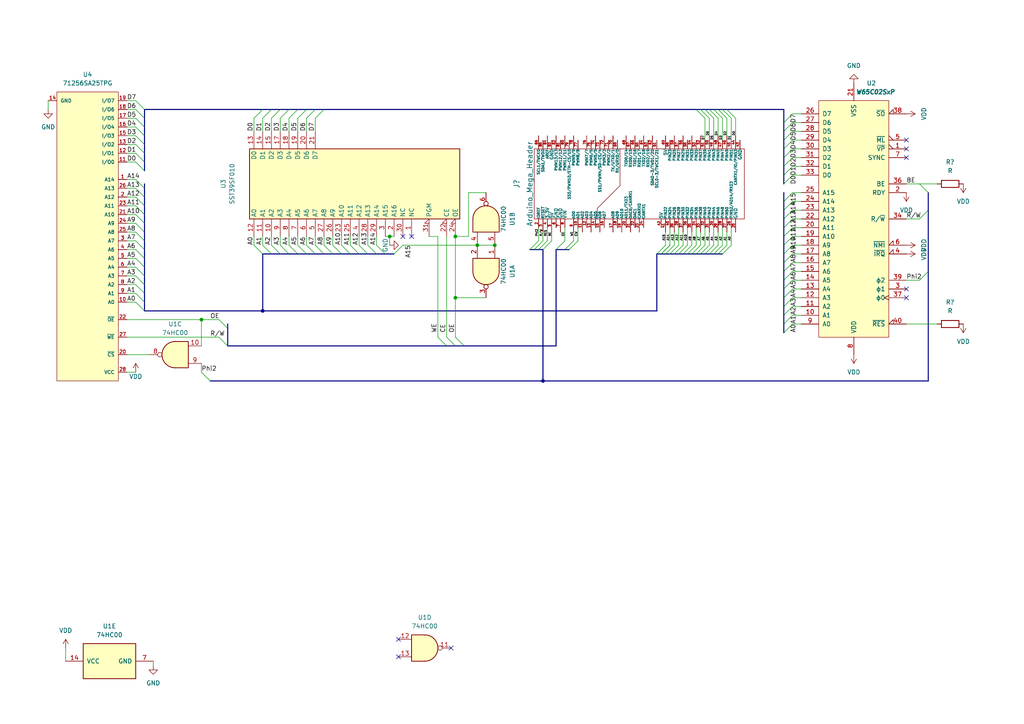
<source format=kicad_sch>
(kicad_sch (version 20211123) (generator eeschema)
  (paper "A4")
  (lib_symbols
    (symbol "65xx:W65C02SxP" (pin_names (offset 1.016))
      (property "Reference" "U" (at -10.16 35.56 0))
      (property "Value" "W65C02SxP" (at 0 0 90))
      (symbol "W65C02SxP_0_1"
        (rectangle (start -10.16 34.29) (end 10.16 -34.29) (fill (type background)))
      )
      (symbol "W65C02SxP_1_1"
        (pin output output_low (at -15.24 -20.32 0) (length 5.08) (name "~{VP}") (number "1"))
        (pin tri_state line (at 15.24 27.94 180) (length 5.08) (name "A1") (number "10"))
        (pin tri_state line (at 15.24 25.4 180) (length 5.08) (name "A2") (number "11"))
        (pin tri_state line (at 15.24 22.86 180) (length 5.08) (name "A3") (number "12"))
        (pin tri_state line (at 15.24 20.32 180) (length 5.08) (name "A4") (number "13"))
        (pin tri_state line (at 15.24 17.78 180) (length 5.08) (name "A5") (number "14"))
        (pin tri_state line (at 15.24 15.24 180) (length 5.08) (name "A6") (number "15"))
        (pin tri_state line (at 15.24 12.7 180) (length 5.08) (name "A7") (number "16"))
        (pin tri_state line (at 15.24 10.16 180) (length 5.08) (name "A8") (number "17"))
        (pin tri_state line (at 15.24 7.62 180) (length 5.08) (name "A9") (number "18"))
        (pin tri_state line (at 15.24 5.08 180) (length 5.08) (name "A10") (number "19"))
        (pin open_collector line (at -15.24 -7.62 0) (length 5.08) (name "RDY") (number "2"))
        (pin tri_state line (at 15.24 2.54 180) (length 5.08) (name "A11") (number "20"))
        (pin power_in line (at 0 -39.37 90) (length 5.08) (name "VSS") (number "21"))
        (pin tri_state line (at 15.24 0 180) (length 5.08) (name "A12") (number "22"))
        (pin tri_state line (at 15.24 -2.54 180) (length 5.08) (name "A13") (number "23"))
        (pin tri_state line (at 15.24 -5.08 180) (length 5.08) (name "A14") (number "24"))
        (pin tri_state line (at 15.24 -7.62 180) (length 5.08) (name "A15") (number "25"))
        (pin bidirectional line (at 15.24 -30.48 180) (length 5.08) (name "D7") (number "26"))
        (pin bidirectional line (at 15.24 -27.94 180) (length 5.08) (name "D6") (number "27"))
        (pin bidirectional line (at 15.24 -25.4 180) (length 5.08) (name "D5") (number "28"))
        (pin bidirectional line (at 15.24 -22.86 180) (length 5.08) (name "D4") (number "29"))
        (pin output line (at -15.24 20.32 0) (length 5.08) (name "ϕ1") (number "3"))
        (pin bidirectional line (at 15.24 -20.32 180) (length 5.08) (name "D3") (number "30"))
        (pin bidirectional line (at 15.24 -17.78 180) (length 5.08) (name "D2") (number "31"))
        (pin bidirectional line (at 15.24 -15.24 180) (length 5.08) (name "D1") (number "32"))
        (pin bidirectional line (at 15.24 -12.7 180) (length 5.08) (name "D0") (number "33"))
        (pin tri_state line (at -15.24 0 0) (length 5.08) (name "R/~{W}") (number "34"))
        (pin no_connect non_logic (at -10.16 -27.94 0) (length 2.54) hide (name "nc") (number "35"))
        (pin input line (at -15.24 -10.16 0) (length 5.08) (name "BE") (number "36"))
        (pin input clock (at -15.24 22.86 0) (length 5.08) (name "ϕ0") (number "37"))
        (pin input input_low (at -15.24 -30.48 0) (length 5.08) (name "~{SO}") (number "38"))
        (pin output line (at -15.24 17.78 0) (length 5.08) (name "ϕ2") (number "39"))
        (pin input input_low (at -15.24 10.16 0) (length 5.08) (name "~{IRQ}") (number "4"))
        (pin input input_low (at -15.24 30.48 0) (length 5.08) (name "~{RES}") (number "40"))
        (pin output output_low (at -15.24 -22.86 0) (length 5.08) (name "~{ML}") (number "5"))
        (pin input input_low (at -15.24 7.62 0) (length 5.08) (name "~{NMI}") (number "6"))
        (pin output line (at -15.24 -17.78 0) (length 5.08) (name "SYNC") (number "7"))
        (pin power_in line (at 0 39.37 270) (length 5.08) (name "VDD") (number "8"))
        (pin tri_state line (at 15.24 30.48 180) (length 5.08) (name "A0") (number "9"))
      )
    )
    (symbol "74xx:74HC00" (pin_names (offset 1.016))
      (property "Reference" "U" (at 0 1.27 0))
      (property "Value" "74HC00" (at 0 -1.27 0))
      (symbol "74HC00_1_1"
        (arc (start 0 -3.81) (mid 3.81 0) (end 0 3.81) (stroke (width 0.254)) (fill (type background)))
        (polyline (pts (xy 0 3.81) (xy -3.81 3.81) (xy -3.81 -3.81) (xy 0 -3.81)) (stroke (width 0.254)) (fill (type background)))
        (pin input line (at -7.62 2.54 0) (length 3.81) (name "~") (number "1"))
        (pin input line (at -7.62 -2.54 0) (length 3.81) (name "~") (number "2"))
        (pin output inverted (at 7.62 0 180) (length 3.81) (name "~") (number "3"))
      )
      (symbol "74HC00_1_2"
        (arc (start -3.81 -3.81) (mid -2.589 0) (end -3.81 3.81) (stroke (width 0.254)))
        (arc (start -0.6096 -3.81) (mid 2.1842 -2.5851) (end 3.81 0) (stroke (width 0.254)) (fill (type background)))
        (polyline (pts (xy -3.81 -3.81) (xy -0.635 -3.81)) (stroke (width 0.254)) (fill (type background)))
        (polyline (pts (xy -3.81 3.81) (xy -0.635 3.81)) (stroke (width 0.254)) (fill (type background)))
        (polyline (pts (xy -0.635 3.81) (xy -3.81 3.81) (xy -3.81 3.81) (xy -3.556 3.4036) (xy -3.0226 2.2606) (xy -2.6924 1.0414) (xy -2.6162 -0.254) (xy -2.7686 -1.4986) (xy -3.175 -2.7178) (xy -3.81 -3.81) (xy -3.81 -3.81) (xy -0.635 -3.81)) (stroke (width -25.4)) (fill (type background)))
        (arc (start 3.81 0) (mid 2.1915 2.5936) (end -0.6096 3.81) (stroke (width 0.254)) (fill (type background)))
        (pin input inverted (at -7.62 2.54 0) (length 4.318) (name "~") (number "1"))
        (pin input inverted (at -7.62 -2.54 0) (length 4.318) (name "~") (number "2"))
        (pin output line (at 7.62 0 180) (length 3.81) (name "~") (number "3"))
      )
      (symbol "74HC00_2_1"
        (arc (start 0 -3.81) (mid 3.81 0) (end 0 3.81) (stroke (width 0.254)) (fill (type background)))
        (polyline (pts (xy 0 3.81) (xy -3.81 3.81) (xy -3.81 -3.81) (xy 0 -3.81)) (stroke (width 0.254)) (fill (type background)))
        (pin input line (at -7.62 2.54 0) (length 3.81) (name "~") (number "4"))
        (pin input line (at -7.62 -2.54 0) (length 3.81) (name "~") (number "5"))
        (pin output inverted (at 7.62 0 180) (length 3.81) (name "~") (number "6"))
      )
      (symbol "74HC00_2_2"
        (arc (start -3.81 -3.81) (mid -2.589 0) (end -3.81 3.81) (stroke (width 0.254)))
        (arc (start -0.6096 -3.81) (mid 2.1842 -2.5851) (end 3.81 0) (stroke (width 0.254)) (fill (type background)))
        (polyline (pts (xy -3.81 -3.81) (xy -0.635 -3.81)) (stroke (width 0.254)) (fill (type background)))
        (polyline (pts (xy -3.81 3.81) (xy -0.635 3.81)) (stroke (width 0.254)) (fill (type background)))
        (polyline (pts (xy -0.635 3.81) (xy -3.81 3.81) (xy -3.81 3.81) (xy -3.556 3.4036) (xy -3.0226 2.2606) (xy -2.6924 1.0414) (xy -2.6162 -0.254) (xy -2.7686 -1.4986) (xy -3.175 -2.7178) (xy -3.81 -3.81) (xy -3.81 -3.81) (xy -0.635 -3.81)) (stroke (width -25.4)) (fill (type background)))
        (arc (start 3.81 0) (mid 2.1915 2.5936) (end -0.6096 3.81) (stroke (width 0.254)) (fill (type background)))
        (pin input inverted (at -7.62 2.54 0) (length 4.318) (name "~") (number "4"))
        (pin input inverted (at -7.62 -2.54 0) (length 4.318) (name "~") (number "5"))
        (pin output line (at 7.62 0 180) (length 3.81) (name "~") (number "6"))
      )
      (symbol "74HC00_3_1"
        (arc (start 0 -3.81) (mid 3.81 0) (end 0 3.81) (stroke (width 0.254)) (fill (type background)))
        (polyline (pts (xy 0 3.81) (xy -3.81 3.81) (xy -3.81 -3.81) (xy 0 -3.81)) (stroke (width 0.254)) (fill (type background)))
        (pin input line (at -7.62 -2.54 0) (length 3.81) (name "~") (number "10"))
        (pin output inverted (at 7.62 0 180) (length 3.81) (name "~") (number "8"))
        (pin input line (at -7.62 2.54 0) (length 3.81) (name "~") (number "9"))
      )
      (symbol "74HC00_3_2"
        (arc (start -3.81 -3.81) (mid -2.589 0) (end -3.81 3.81) (stroke (width 0.254)))
        (arc (start -0.6096 -3.81) (mid 2.1842 -2.5851) (end 3.81 0) (stroke (width 0.254)) (fill (type background)))
        (polyline (pts (xy -3.81 -3.81) (xy -0.635 -3.81)) (stroke (width 0.254)) (fill (type background)))
        (polyline (pts (xy -3.81 3.81) (xy -0.635 3.81)) (stroke (width 0.254)) (fill (type background)))
        (polyline (pts (xy -0.635 3.81) (xy -3.81 3.81) (xy -3.81 3.81) (xy -3.556 3.4036) (xy -3.0226 2.2606) (xy -2.6924 1.0414) (xy -2.6162 -0.254) (xy -2.7686 -1.4986) (xy -3.175 -2.7178) (xy -3.81 -3.81) (xy -3.81 -3.81) (xy -0.635 -3.81)) (stroke (width -25.4)) (fill (type background)))
        (arc (start 3.81 0) (mid 2.1915 2.5936) (end -0.6096 3.81) (stroke (width 0.254)) (fill (type background)))
        (pin input inverted (at -7.62 -2.54 0) (length 4.318) (name "~") (number "10"))
        (pin output line (at 7.62 0 180) (length 3.81) (name "~") (number "8"))
        (pin input inverted (at -7.62 2.54 0) (length 4.318) (name "~") (number "9"))
      )
      (symbol "74HC00_4_1"
        (arc (start 0 -3.81) (mid 3.81 0) (end 0 3.81) (stroke (width 0.254)) (fill (type background)))
        (polyline (pts (xy 0 3.81) (xy -3.81 3.81) (xy -3.81 -3.81) (xy 0 -3.81)) (stroke (width 0.254)) (fill (type background)))
        (pin output inverted (at 7.62 0 180) (length 3.81) (name "~") (number "11"))
        (pin input line (at -7.62 2.54 0) (length 3.81) (name "~") (number "12"))
        (pin input line (at -7.62 -2.54 0) (length 3.81) (name "~") (number "13"))
      )
      (symbol "74HC00_4_2"
        (arc (start -3.81 -3.81) (mid -2.589 0) (end -3.81 3.81) (stroke (width 0.254)))
        (arc (start -0.6096 -3.81) (mid 2.1842 -2.5851) (end 3.81 0) (stroke (width 0.254)) (fill (type background)))
        (polyline (pts (xy -3.81 -3.81) (xy -0.635 -3.81)) (stroke (width 0.254)) (fill (type background)))
        (polyline (pts (xy -3.81 3.81) (xy -0.635 3.81)) (stroke (width 0.254)) (fill (type background)))
        (polyline (pts (xy -0.635 3.81) (xy -3.81 3.81) (xy -3.81 3.81) (xy -3.556 3.4036) (xy -3.0226 2.2606) (xy -2.6924 1.0414) (xy -2.6162 -0.254) (xy -2.7686 -1.4986) (xy -3.175 -2.7178) (xy -3.81 -3.81) (xy -3.81 -3.81) (xy -0.635 -3.81)) (stroke (width -25.4)) (fill (type background)))
        (arc (start 3.81 0) (mid 2.1915 2.5936) (end -0.6096 3.81) (stroke (width 0.254)) (fill (type background)))
        (pin output line (at 7.62 0 180) (length 3.81) (name "~") (number "11"))
        (pin input inverted (at -7.62 2.54 0) (length 4.318) (name "~") (number "12"))
        (pin input inverted (at -7.62 -2.54 0) (length 4.318) (name "~") (number "13"))
      )
      (symbol "74HC00_5_0"
        (pin power_in line (at 0 12.7 270) (length 5.08) (name "VCC") (number "14"))
        (pin power_in line (at 0 -12.7 90) (length 5.08) (name "GND") (number "7"))
      )
      (symbol "74HC00_5_1"
        (rectangle (start -5.08 7.62) (end 5.08 -7.62) (stroke (width 0.254)) (fill (type background)))
      )
    )
    (symbol "Device:R" (pin_numbers hide) (pin_names (offset 0))
      (property "Reference" "R" (at 2.032 0 90))
      (property "Value" "R" (at 0 0 90))
      (symbol "R_0_1"
        (rectangle (start -1.016 -2.54) (end 1.016 2.54) (stroke (width 0.254)))
      )
      (symbol "R_1_1"
        (pin passive line (at 0 3.81 270) (length 1.27) (name "~") (number "1"))
        (pin passive line (at 0 -3.81 90) (length 1.27) (name "~") (number "2"))
      )
    )
    (symbol "Memory_Flash:SST39SF010"
      (property "Reference" "U" (at 2.54 33.02 0))
      (property "Value" "SST39SF010" (at 0 -30.48 0))
      (symbol "SST39SF010_0_0"
        (pin power_in line (at 0 -30.48 90) (length 1.27) hide (name "GND") (number "16"))
        (pin power_in line (at 0 33.02 270) (length 1.27) hide (name "VCC") (number "32"))
      )
      (symbol "SST39SF010_0_1"
        (rectangle (start -10.16 31.75) (end 10.16 -29.21) (stroke (width 0.254)) (fill (type background)))
      )
      (symbol "SST39SF010_1_1"
        (pin input line (at -15.24 -15.24 0) (length 5.08) (name "NC") (number "1"))
        (pin input line (at -15.24 25.4 0) (length 5.08) (name "A2") (number "10"))
        (pin input line (at -15.24 27.94 0) (length 5.08) (name "A1") (number "11"))
        (pin input line (at -15.24 30.48 0) (length 5.08) (name "A0") (number "12"))
        (pin tri_state line (at 15.24 30.48 180) (length 5.08) (name "D0") (number "13"))
        (pin tri_state line (at 15.24 27.94 180) (length 5.08) (name "D1") (number "14"))
        (pin tri_state line (at 15.24 25.4 180) (length 5.08) (name "D2") (number "15"))
        (pin tri_state line (at 15.24 22.86 180) (length 5.08) (name "D3") (number "17"))
        (pin tri_state line (at 15.24 20.32 180) (length 5.08) (name "D4") (number "18"))
        (pin tri_state line (at 15.24 17.78 180) (length 5.08) (name "D5") (number "19"))
        (pin input line (at -15.24 -10.16 0) (length 5.08) (name "A16") (number "2"))
        (pin tri_state line (at 15.24 15.24 180) (length 5.08) (name "D6") (number "20"))
        (pin tri_state line (at 15.24 12.7 180) (length 5.08) (name "D7") (number "21"))
        (pin input input_low (at -15.24 -25.4 0) (length 5.08) (name "CE") (number "22"))
        (pin input line (at -15.24 5.08 0) (length 5.08) (name "A10") (number "23"))
        (pin input input_low (at -15.24 -27.94 0) (length 5.08) (name "OE") (number "24"))
        (pin input line (at -15.24 2.54 0) (length 5.08) (name "A11") (number "25"))
        (pin input line (at -15.24 7.62 0) (length 5.08) (name "A9") (number "26"))
        (pin input line (at -15.24 10.16 0) (length 5.08) (name "A8") (number "27"))
        (pin input line (at -15.24 -2.54 0) (length 5.08) (name "A13") (number "28"))
        (pin input line (at -15.24 -5.08 0) (length 5.08) (name "A14") (number "29"))
        (pin input line (at -15.24 -7.62 0) (length 5.08) (name "A15") (number "3"))
        (pin input line (at -15.24 -12.7 0) (length 5.08) (name "NC") (number "30"))
        (pin input input_low (at -15.24 -20.32 0) (length 5.08) (name "PGM") (number "31"))
        (pin input line (at -15.24 0 0) (length 5.08) (name "A12") (number "4"))
        (pin input line (at -15.24 12.7 0) (length 5.08) (name "A7") (number "5"))
        (pin input line (at -15.24 15.24 0) (length 5.08) (name "A6") (number "6"))
        (pin input line (at -15.24 17.78 0) (length 5.08) (name "A5") (number "7"))
        (pin input line (at -15.24 20.32 0) (length 5.08) (name "A4") (number "8"))
        (pin input line (at -15.24 22.86 0) (length 5.08) (name "A3") (number "9"))
      )
    )
    (symbol "eec:71256SA25TPG" (pin_names (offset 1.016))
      (property "Reference" "U" (at 0 5.08 0))
      (property "Value" "71256SA25TPG" (at 0 7.62 0))
      (symbol "71256SA25TPG_1_1"
        (rectangle (start 5.08 2.54) (end 22.86 -81.28) (fill (type background)))
        (pin unspecified line (at 2.54 -55.88 0) (length 2.54) (name "A14") (number "1"))
        (pin unspecified line (at 2.54 -20.32 0) (length 2.54) (name "A0") (number "10"))
        (pin unspecified line (at 2.54 -60.96 0) (length 2.54) (name "I/O0") (number "11"))
        (pin unspecified line (at 2.54 -63.5 0) (length 2.54) (name "I/O1") (number "12"))
        (pin unspecified line (at 2.54 -66.04 0) (length 2.54) (name "I/O2") (number "13"))
        (pin unspecified line (at 25.4 -78.74 180) (length 2.54) (name "GND") (number "14"))
        (pin unspecified line (at 2.54 -68.58 0) (length 2.54) (name "I/O3") (number "15"))
        (pin unspecified line (at 2.54 -71.12 0) (length 2.54) (name "I/O4") (number "16"))
        (pin unspecified line (at 2.54 -73.66 0) (length 2.54) (name "I/O5") (number "17"))
        (pin unspecified line (at 2.54 -76.2 0) (length 2.54) (name "I/O6") (number "18"))
        (pin unspecified line (at 2.54 -78.74 0) (length 2.54) (name "I/O7") (number "19"))
        (pin unspecified line (at 2.54 -50.8 0) (length 2.54) (name "A12") (number "2"))
        (pin unspecified line (at 2.54 -5.08 0) (length 2.54) (name "~{CS}") (number "20"))
        (pin unspecified line (at 2.54 -45.72 0) (length 2.54) (name "A10") (number "21"))
        (pin unspecified line (at 2.54 -15.24 0) (length 2.54) (name "~{OE}") (number "22"))
        (pin unspecified line (at 2.54 -48.26 0) (length 2.54) (name "A11") (number "23"))
        (pin unspecified line (at 2.54 -43.18 0) (length 2.54) (name "A9") (number "24"))
        (pin unspecified line (at 2.54 -40.64 0) (length 2.54) (name "A8") (number "25"))
        (pin unspecified line (at 2.54 -53.34 0) (length 2.54) (name "A13") (number "26"))
        (pin unspecified line (at 2.54 -10.16 0) (length 2.54) (name "~{WE}") (number "27"))
        (pin unspecified line (at 2.54 0 0) (length 2.54) (name "VCC") (number "28"))
        (pin unspecified line (at 2.54 -38.1 0) (length 2.54) (name "A7") (number "3"))
        (pin unspecified line (at 2.54 -35.56 0) (length 2.54) (name "A6") (number "4"))
        (pin unspecified line (at 2.54 -33.02 0) (length 2.54) (name "A5") (number "5"))
        (pin unspecified line (at 2.54 -30.48 0) (length 2.54) (name "A4") (number "6"))
        (pin unspecified line (at 2.54 -27.94 0) (length 2.54) (name "A3") (number "7"))
        (pin unspecified line (at 2.54 -25.4 0) (length 2.54) (name "A2") (number "8"))
        (pin unspecified line (at 2.54 -22.86 0) (length 2.54) (name "A1") (number "9"))
      )
    )
    (symbol "power:GND" (power) (pin_names (offset 0))
      (property "Value" "GND" (at 0 -3.81 0))
      (symbol "GND_0_1"
        (polyline (pts (xy 0 0) (xy 0 -1.27) (xy 1.27 -1.27) (xy 0 -2.54) (xy -1.27 -1.27) (xy 0 -1.27)))
      )
      (symbol "GND_1_1"
        (pin power_in line (at 0 0 270) (length 0) hide (name "GND") (number "1"))
      )
    )
    (symbol "power:VDD" (power) (pin_names (offset 0))
      (property "Value" "VDD" (at 0 3.81 0))
      (symbol "VDD_0_1"
        (polyline (pts (xy -0.762 1.27) (xy 0 2.54)))
        (polyline (pts (xy 0 0) (xy 0 2.54)))
        (polyline (pts (xy 0 2.54) (xy 0.762 1.27)))
      )
      (symbol "VDD_1_1"
        (pin power_in line (at 0 0 90) (length 0) hide (name "VDD") (number "1"))
      )
    )
    (symbol "w_connectors:Arduino_Mega_Header" (pin_names (offset 0.0254))
      (property "Reference" "J" (at 0 31.75 0))
      (property "Value" "Arduino_Mega_Header" (at 0 -31.75 0))
      (symbol "Arduino_Mega_Header_0_1"
        (polyline (pts (xy -8.636 12.192) (xy -9.652 12.192)))
        (polyline (pts (xy 10.16 5.588) (xy -0.508 5.588) (xy -7.112 12.192) (xy -10.16 12.192)))
        (rectangle (start 10.16 -30.48) (end -10.16 30.48))
      )
      (symbol "Arduino_Mega_Header_1_1"
        (pin passive line (at -12.7 17.78 0) (length 2.54) (name "AD1") (number "10"))
        (pin passive line (at -13.97 16.51 0) (length 3.81) (name "AD2") (number "11"))
        (pin passive line (at -12.7 15.24 0) (length 2.54) (name "AD3") (number "12"))
        (pin passive line (at -13.97 13.97 0) (length 3.81) (name "AD4") (number "13"))
        (pin passive line (at -12.7 12.7 0) (length 2.54) (name "AD5") (number "14"))
        (pin passive line (at -13.97 11.43 0) (length 3.81) (name "AD6") (number "15"))
        (pin passive line (at -12.7 10.16 0) (length 2.54) (name "AD7") (number "16"))
        (pin passive line (at -13.97 7.62 0) (length 3.81) (name "AD8") (number "17"))
        (pin passive line (at -12.7 6.35 0) (length 2.54) (name "AD9") (number "18"))
        (pin passive line (at -13.97 5.08 0) (length 3.81) (name "AD10") (number "19"))
        (pin passive line (at -12.7 29.21 0) (length 2.54) (name "IOREF") (number "2"))
        (pin passive line (at -12.7 3.81 0) (length 2.54) (name "AD11/TXD3") (number "20"))
        (pin passive line (at -13.97 2.54 0) (length 3.81) (name "DAC0/CANRX1") (number "21"))
        (pin passive line (at -12.7 1.27 0) (length 2.54) (name "DAC1") (number "22"))
        (pin passive line (at -13.97 0 0) (length 3.81) (name "CANRX0") (number "23"))
        (pin passive line (at -12.7 -1.27 0) (length 2.54) (name "CANTX1") (number "24"))
        (pin passive line (at -13.97 -27.94 0) (length 3.81) (name "GND") (number "25"))
        (pin passive line (at -12.7 -26.67 0) (length 2.54) (name "PIN52/AD14/RXD3") (number "26"))
        (pin passive line (at -13.97 -25.4 0) (length 3.81) (name "PIN50") (number "27"))
        (pin passive line (at -12.7 -24.13 0) (length 2.54) (name "PIN48") (number "28"))
        (pin passive line (at -13.97 -22.86 0) (length 3.81) (name "PIN46") (number "29"))
        (pin passive line (at -13.97 27.94 0) (length 3.81) (name "RESET") (number "3"))
        (pin passive line (at -12.7 -21.59 0) (length 2.54) (name "PIN44") (number "30"))
        (pin passive line (at -13.97 -20.32 0) (length 3.81) (name "PIN42") (number "31"))
        (pin passive line (at -12.7 -19.05 0) (length 2.54) (name "PIN40") (number "32"))
        (pin passive line (at -13.97 -17.78 0) (length 3.81) (name "PIN38") (number "33"))
        (pin passive line (at -12.7 -16.51 0) (length 2.54) (name "PIN36") (number "34"))
        (pin passive line (at -13.97 -15.24 0) (length 3.81) (name "PIN34") (number "35"))
        (pin passive line (at -12.7 -13.97 0) (length 2.54) (name "PIN32") (number "36"))
        (pin passive line (at -13.97 -12.7 0) (length 3.81) (name "PIN30") (number "37"))
        (pin passive line (at -12.7 -11.43 0) (length 2.54) (name "PIN28") (number "38"))
        (pin passive line (at -13.97 -10.16 0) (length 3.81) (name "PIN26") (number "39"))
        (pin passive line (at -12.7 26.67 0) (length 2.54) (name "3.3V") (number "4"))
        (pin passive line (at -12.7 -8.89 0) (length 2.54) (name "PIN24") (number "40"))
        (pin passive line (at -13.97 -7.62 0) (length 3.81) (name "PIN22") (number "41"))
        (pin passive line (at -12.7 -6.35 0) (length 2.54) (name "5V") (number "42"))
        (pin passive line (at 12.7 -29.21 180) (length 2.54) (name "GND") (number "43"))
        (pin passive line (at 13.97 -27.94 180) (length 3.81) (name "CANTX1/IO/PIN53") (number "44"))
        (pin passive line (at 12.7 -26.67 180) (length 2.54) (name "PIN51") (number "45"))
        (pin passive line (at 13.97 -25.4 180) (length 3.81) (name "PIN49") (number "46"))
        (pin passive line (at 12.7 -24.13 180) (length 2.54) (name "PIN47") (number "47"))
        (pin passive line (at 13.97 -22.86 180) (length 3.81) (name "PIN45") (number "48"))
        (pin passive line (at 12.7 -21.59 180) (length 2.54) (name "PIN43") (number "49"))
        (pin passive line (at -13.97 25.4 0) (length 3.81) (name "5V") (number "5"))
        (pin passive line (at 13.97 -20.32 180) (length 3.81) (name "PIN41") (number "50"))
        (pin passive line (at 12.7 -19.05 180) (length 2.54) (name "PIN39") (number "51"))
        (pin passive line (at 13.97 -17.78 180) (length 3.81) (name "PIN37") (number "52"))
        (pin passive line (at 12.7 -16.51 180) (length 2.54) (name "PIN35") (number "53"))
        (pin passive line (at 13.97 -15.24 180) (length 3.81) (name "PIN33") (number "54"))
        (pin passive line (at 12.7 -13.97 180) (length 2.54) (name "PIN31") (number "55"))
        (pin passive line (at 13.97 -12.7 180) (length 3.81) (name "PIN29") (number "56"))
        (pin passive line (at 12.7 -11.43 180) (length 2.54) (name "PIN27") (number "57"))
        (pin passive line (at 13.97 -10.16 180) (length 3.81) (name "PIN25") (number "58"))
        (pin passive line (at 12.7 -8.89 180) (length 2.54) (name "PIN23") (number "59"))
        (pin passive line (at -12.7 24.13 0) (length 2.54) (name "GND") (number "6"))
        (pin passive line (at 13.97 -7.62 180) (length 3.81) (name "5V") (number "60"))
        (pin passive line (at 12.7 -5.08 180) (length 2.54) (name "SCL0-3/TWCK1/21") (number "61"))
        (pin passive line (at 13.97 -3.81 180) (length 3.81) (name "SDA0-3/TWD1/20") (number "62"))
        (pin passive line (at 12.7 -2.54 180) (length 2.54) (name "RXD2/19") (number "63"))
        (pin passive line (at 13.97 -1.27 180) (length 3.81) (name "TXD2/18") (number "64"))
        (pin passive line (at 12.7 0 180) (length 2.54) (name "RXD1/17") (number "65"))
        (pin passive line (at 13.97 1.27 180) (length 3.81) (name "TXD1/16") (number "66"))
        (pin passive line (at 12.7 2.54 180) (length 2.54) (name "RXD0/15") (number "67"))
        (pin passive line (at 13.97 3.81 180) (length 3.81) (name "TXD0/14") (number "68"))
        (pin passive line (at 12.7 6.35 180) (length 2.54) (name "RX/URXD/0") (number "69"))
        (pin passive line (at -13.97 22.86 0) (length 3.81) (name "GND") (number "7"))
        (pin passive line (at 13.97 7.62 180) (length 3.81) (name "TX/UTXD/1") (number "70"))
        (pin passive line (at 12.7 8.89 180) (length 2.54) (name "PWM2/2") (number "71"))
        (pin passive line (at 13.97 10.16 180) (length 3.81) (name "PWM3/3") (number "72"))
        (pin passive line (at 12.7 11.43 180) (length 2.54) (name "SS1/PWM4/SD-CS/4") (number "73"))
        (pin passive line (at 13.97 12.7 180) (length 3.81) (name "PWM5/5") (number "74"))
        (pin passive line (at 12.7 13.97 180) (length 2.54) (name "PWM6/6") (number "75"))
        (pin passive line (at 13.97 15.24 180) (length 3.81) (name "PWM7/7") (number "76"))
        (pin passive line (at 12.7 17.78 180) (length 2.54) (name "PWM8/8") (number "77"))
        (pin passive line (at 13.97 19.05 180) (length 3.81) (name "PWM9/9") (number "78"))
        (pin passive line (at 12.7 20.32 180) (length 2.54) (name "SS0/PWM10/ETH-CS/10") (number "79"))
        (pin passive line (at -12.7 21.59 0) (length 2.54) (name "VIN") (number "8"))
        (pin passive line (at 13.97 21.59 180) (length 3.81) (name "PWM11/11") (number "80"))
        (pin passive line (at 12.7 22.86 180) (length 2.54) (name "PWM12/12") (number "81"))
        (pin passive line (at 13.97 24.13 180) (length 3.81) (name "PWM13/13") (number "82"))
        (pin passive line (at 12.7 25.4 180) (length 2.54) (name "GND") (number "83"))
        (pin passive line (at 13.97 26.67 180) (length 3.81) (name "AREF") (number "84"))
        (pin passive line (at 12.7 27.94 180) (length 2.54) (name "SDA1/TWD0") (number "85"))
        (pin passive line (at 13.97 29.21 180) (length 3.81) (name "SCL1/TWCK0") (number "86"))
        (pin passive line (at -13.97 19.05 0) (length 3.81) (name "AD0") (number "9"))
      )
    )
  )
  (junction (at 58.42 92.71))
  (junction (at 143.51 71.12))
  (junction (at 132.08 68.58))
  (junction (at 76.2 90.17))
  (junction (at 157.48 110.49))
  (junction (at 132.08 86.36))
  (junction (at 113.03 68.58))
  (junction (at 138.43 71.12))
  (no_connect (at 262.89 43.18))
  (no_connect (at 262.89 40.64))
  (no_connect (at 262.89 83.82))
  (no_connect (at 262.89 86.36))
  (no_connect (at 262.89 45.72))
  (no_connect (at 115.57 185.42))
  (no_connect (at 130.81 187.96))
  (no_connect (at 116.84 68.58))
  (no_connect (at 119.38 68.58))
  (no_connect (at 115.57 190.5))
  (bus_entry (at 39.37 52.07) (size 2.54 2.54))
  (bus_entry (at 39.37 54.61) (size 2.54 2.54))
  (bus_entry (at 39.37 57.15) (size 2.54 2.54))
  (bus_entry (at 39.37 59.69) (size 2.54 2.54))
  (bus_entry (at 39.37 62.23) (size 2.54 2.54))
  (bus_entry (at 114.3 73.66) (size 2.54 -2.54))
  (bus_entry (at 83.82 73.66) (size -2.54 -2.54))
  (bus_entry (at 81.28 73.66) (size -2.54 -2.54))
  (bus_entry (at 88.9 73.66) (size -2.54 -2.54))
  (bus_entry (at 86.36 73.66) (size -2.54 -2.54))
  (bus_entry (at 78.74 73.66) (size -2.54 -2.54))
  (bus_entry (at 76.2 73.66) (size -2.54 -2.54))
  (bus_entry (at 104.14 73.66) (size -2.54 -2.54))
  (bus_entry (at 101.6 73.66) (size -2.54 -2.54))
  (bus_entry (at 93.98 73.66) (size -2.54 -2.54))
  (bus_entry (at 91.44 73.66) (size -2.54 -2.54))
  (bus_entry (at 99.06 73.66) (size -2.54 -2.54))
  (bus_entry (at 96.52 73.66) (size -2.54 -2.54))
  (bus_entry (at 111.76 73.66) (size -2.54 -2.54))
  (bus_entry (at 109.22 73.66) (size -2.54 -2.54))
  (bus_entry (at 106.68 73.66) (size -2.54 -2.54))
  (bus_entry (at 39.37 80.01) (size 2.54 2.54))
  (bus_entry (at 39.37 77.47) (size 2.54 2.54))
  (bus_entry (at 39.37 87.63) (size 2.54 2.54))
  (bus_entry (at 39.37 85.09) (size 2.54 2.54))
  (bus_entry (at 39.37 82.55) (size 2.54 2.54))
  (bus_entry (at 229.87 88.9) (size -2.54 2.54))
  (bus_entry (at 229.87 86.36) (size -2.54 2.54))
  (bus_entry (at 229.87 91.44) (size -2.54 2.54))
  (bus_entry (at 229.87 78.74) (size -2.54 2.54))
  (bus_entry (at 229.87 76.2) (size -2.54 2.54))
  (bus_entry (at 229.87 73.66) (size -2.54 2.54))
  (bus_entry (at 229.87 71.12) (size -2.54 2.54))
  (bus_entry (at 229.87 81.28) (size -2.54 2.54))
  (bus_entry (at 229.87 93.98) (size -2.54 2.54))
  (bus_entry (at 229.87 58.42) (size -2.54 2.54))
  (bus_entry (at 229.87 60.96) (size -2.54 2.54))
  (bus_entry (at 229.87 63.5) (size -2.54 2.54))
  (bus_entry (at 229.87 68.58) (size -2.54 2.54))
  (bus_entry (at 229.87 66.04) (size -2.54 2.54))
  (bus_entry (at 229.87 55.88) (size -2.54 2.54))
  (bus_entry (at 229.87 83.82) (size -2.54 2.54))
  (bus_entry (at 63.5 92.71) (size 2.54 2.54))
  (bus_entry (at 63.5 97.79) (size 2.54 2.54))
  (bus_entry (at 209.55 73.66) (size 2.54 -2.54))
  (bus_entry (at 39.37 46.99) (size 2.54 2.54))
  (bus_entry (at 39.37 44.45) (size 2.54 2.54))
  (bus_entry (at 39.37 41.91) (size 2.54 2.54))
  (bus_entry (at 229.87 43.18) (size -2.54 2.54))
  (bus_entry (at 229.87 40.64) (size -2.54 2.54))
  (bus_entry (at 229.87 38.1) (size -2.54 2.54))
  (bus_entry (at 229.87 35.56) (size -2.54 2.54))
  (bus_entry (at 229.87 33.02) (size -2.54 2.54))
  (bus_entry (at 229.87 45.72) (size -2.54 2.54))
  (bus_entry (at 229.87 48.26) (size -2.54 2.54))
  (bus_entry (at 229.87 50.8) (size -2.54 2.54))
  (bus_entry (at 58.42 107.95) (size 2.54 2.54))
  (bus_entry (at 266.7 81.28) (size 2.54 -2.54))
  (bus_entry (at 266.7 53.34) (size 2.54 2.54))
  (bus_entry (at 266.7 63.5) (size 2.54 -2.54))
  (bus_entry (at 201.93 73.66) (size 2.54 -2.54))
  (bus_entry (at 204.47 73.66) (size 2.54 -2.54))
  (bus_entry (at 205.74 73.66) (size 2.54 -2.54))
  (bus_entry (at 203.2 73.66) (size 2.54 -2.54))
  (bus_entry (at 208.28 73.66) (size 2.54 -2.54))
  (bus_entry (at 207.01 73.66) (size 2.54 -2.54))
  (bus_entry (at 191.77 73.66) (size 2.54 -2.54))
  (bus_entry (at 191.77 73.66) (size 2.54 -2.54))
  (bus_entry (at 190.5 73.66) (size 2.54 -2.54))
  (bus_entry (at 193.04 73.66) (size 2.54 -2.54))
  (bus_entry (at 196.85 73.66) (size 2.54 -2.54))
  (bus_entry (at 199.39 73.66) (size 2.54 -2.54))
  (bus_entry (at 198.12 73.66) (size 2.54 -2.54))
  (bus_entry (at 194.31 73.66) (size 2.54 -2.54))
  (bus_entry (at 200.66 73.66) (size 2.54 -2.54))
  (bus_entry (at 195.58 73.66) (size 2.54 -2.54))
  (bus_entry (at 204.47 34.29) (size -2.54 -2.54))
  (bus_entry (at 205.74 34.29) (size -2.54 -2.54))
  (bus_entry (at 207.01 34.29) (size -2.54 -2.54))
  (bus_entry (at 213.36 34.29) (size -2.54 -2.54))
  (bus_entry (at 208.28 34.29) (size -2.54 -2.54))
  (bus_entry (at 209.55 34.29) (size -2.54 -2.54))
  (bus_entry (at 210.82 34.29) (size -2.54 -2.54))
  (bus_entry (at 212.09 34.29) (size -2.54 -2.54))
  (bus_entry (at 88.9 34.29) (size 2.54 -2.54))
  (bus_entry (at 86.36 34.29) (size 2.54 -2.54))
  (bus_entry (at 91.44 34.29) (size 2.54 -2.54))
  (bus_entry (at 83.82 34.29) (size 2.54 -2.54))
  (bus_entry (at 81.28 34.29) (size 2.54 -2.54))
  (bus_entry (at 78.74 34.29) (size 2.54 -2.54))
  (bus_entry (at 76.2 34.29) (size 2.54 -2.54))
  (bus_entry (at 73.66 34.29) (size 2.54 -2.54))
  (bus_entry (at 157.48 72.39) (size 2.54 -2.54))
  (bus_entry (at 161.29 72.39) (size 2.54 -2.54))
  (bus_entry (at 154.94 72.39) (size 2.54 -2.54))
  (bus_entry (at 153.67 72.39) (size 2.54 -2.54))
  (bus_entry (at 156.21 72.39) (size 2.54 -2.54))
  (bus_entry (at 163.83 72.39) (size 2.54 -2.54))
  (bus_entry (at 165.1 72.39) (size 2.54 -2.54))
  (bus_entry (at 127 97.79) (size 2.54 2.54))
  (bus_entry (at 132.08 97.79) (size 2.54 2.54))
  (bus_entry (at 129.54 97.79) (size 2.54 2.54))
  (bus_entry (at 39.37 36.83) (size 2.54 2.54))
  (bus_entry (at 39.37 39.37) (size 2.54 2.54))
  (bus_entry (at 39.37 34.29) (size 2.54 2.54))
  (bus_entry (at 39.37 31.75) (size 2.54 2.54))
  (bus_entry (at 39.37 29.21) (size 2.54 2.54))
  (bus_entry (at 39.37 69.85) (size 2.54 2.54))
  (bus_entry (at 39.37 72.39) (size 2.54 2.54))
  (bus_entry (at 39.37 64.77) (size 2.54 2.54))
  (bus_entry (at 39.37 67.31) (size 2.54 2.54))
  (bus_entry (at 39.37 74.93) (size 2.54 2.54))
  (wire (pts (xy 58.42 105.41) (xy 58.42 107.95)))
  (bus (pts (xy 41.91 62.23) (xy 41.91 59.69)))
  (bus (pts (xy 66.04 100.33) (xy 129.54 100.33)))
  (bus (pts (xy 200.66 73.66) (xy 201.93 73.66)))
  (bus (pts (xy 269.24 110.49) (xy 157.48 110.49)))
  (wire (pts (xy 262.89 93.98) (xy 271.78 93.98)))
  (wire (pts (xy 111.76 68.58) (xy 113.03 68.58)))
  (wire (pts (xy 232.41 91.44) (xy 229.87 91.44)))
  (wire (pts (xy 209.55 71.12) (xy 209.55 66.04)))
  (bus (pts (xy 154.94 72.39) (xy 156.21 72.39)))
  (wire (pts (xy 198.12 71.12) (xy 198.12 67.31)))
  (bus (pts (xy 195.58 73.66) (xy 196.85 73.66)))
  (bus (pts (xy 161.29 100.33) (xy 161.29 72.39)))
  (wire (pts (xy 140.97 55.88) (xy 135.89 55.88)))
  (wire (pts (xy 36.83 72.39) (xy 39.37 72.39)))
  (bus (pts (xy 203.2 73.66) (xy 204.47 73.66)))
  (bus (pts (xy 227.33 86.36) (xy 227.33 88.9)))
  (wire (pts (xy 212.09 40.64) (xy 212.09 34.29)))
  (wire (pts (xy 156.21 66.04) (xy 156.21 69.85)))
  (wire (pts (xy 36.83 62.23) (xy 39.37 62.23)))
  (bus (pts (xy 76.2 90.17) (xy 76.2 73.66)))
  (bus (pts (xy 93.98 73.66) (xy 96.52 73.66)))
  (bus (pts (xy 93.98 31.75) (xy 201.93 31.75)))
  (bus (pts (xy 41.91 59.69) (xy 41.91 57.15)))
  (bus (pts (xy 227.33 71.12) (xy 227.33 73.66)))
  (wire (pts (xy 232.41 68.58) (xy 229.87 68.58)))
  (bus (pts (xy 109.22 73.66) (xy 111.76 73.66)))
  (wire (pts (xy 266.7 53.34) (xy 271.78 53.34)))
  (wire (pts (xy 88.9 71.12) (xy 88.9 68.58)))
  (wire (pts (xy 113.03 71.12) (xy 113.03 68.58)))
  (wire (pts (xy 204.47 40.64) (xy 204.47 34.29)))
  (bus (pts (xy 86.36 73.66) (xy 88.9 73.66)))
  (bus (pts (xy 78.74 31.75) (xy 76.2 31.75)))
  (bus (pts (xy 83.82 73.66) (xy 86.36 73.66)))
  (bus (pts (xy 193.04 73.66) (xy 194.31 73.66)))
  (wire (pts (xy 166.37 67.31) (xy 166.37 69.85)))
  (wire (pts (xy 208.28 71.12) (xy 208.28 67.31)))
  (wire (pts (xy 88.9 38.1) (xy 88.9 34.29)))
  (bus (pts (xy 41.91 90.17) (xy 76.2 90.17)))
  (bus (pts (xy 207.01 31.75) (xy 208.28 31.75)))
  (bus (pts (xy 196.85 73.66) (xy 198.12 73.66)))
  (bus (pts (xy 198.12 73.66) (xy 199.39 73.66)))
  (bus (pts (xy 41.91 80.01) (xy 41.91 77.47)))
  (bus (pts (xy 41.91 44.45) (xy 41.91 46.99)))
  (bus (pts (xy 227.33 63.5) (xy 227.33 66.04)))
  (wire (pts (xy 232.41 40.64) (xy 229.87 40.64)))
  (wire (pts (xy 203.2 71.12) (xy 203.2 67.31)))
  (bus (pts (xy 76.2 73.66) (xy 78.74 73.66)))
  (bus (pts (xy 269.24 55.88) (xy 269.24 60.96)))
  (wire (pts (xy 232.41 83.82) (xy 229.87 83.82)))
  (wire (pts (xy 36.83 67.31) (xy 39.37 67.31)))
  (bus (pts (xy 41.91 69.85) (xy 41.91 67.31)))
  (wire (pts (xy 232.41 88.9) (xy 229.87 88.9)))
  (wire (pts (xy 207.01 71.12) (xy 207.01 66.04)))
  (wire (pts (xy 36.83 39.37) (xy 39.37 39.37)))
  (bus (pts (xy 60.96 110.49) (xy 157.48 110.49)))
  (bus (pts (xy 132.08 100.33) (xy 134.62 100.33)))
  (bus (pts (xy 41.91 87.63) (xy 41.91 85.09)))
  (wire (pts (xy 36.83 97.79) (xy 63.5 97.79)))
  (bus (pts (xy 201.93 31.75) (xy 203.2 31.75)))
  (wire (pts (xy 76.2 38.1) (xy 76.2 34.29)))
  (wire (pts (xy 36.83 36.83) (xy 39.37 36.83)))
  (wire (pts (xy 13.97 29.21) (xy 13.97 31.75)))
  (wire (pts (xy 195.58 71.12) (xy 195.58 67.31)))
  (wire (pts (xy 138.43 71.12) (xy 143.51 71.12)))
  (wire (pts (xy 78.74 71.12) (xy 78.74 68.58)))
  (bus (pts (xy 227.33 68.58) (xy 227.33 71.12)))
  (wire (pts (xy 36.83 82.55) (xy 39.37 82.55)))
  (bus (pts (xy 227.33 66.04) (xy 227.33 68.58)))
  (wire (pts (xy 209.55 40.64) (xy 209.55 34.29)))
  (bus (pts (xy 204.47 31.75) (xy 205.74 31.75)))
  (wire (pts (xy 81.28 71.12) (xy 81.28 68.58)))
  (wire (pts (xy 76.2 71.12) (xy 76.2 68.58)))
  (bus (pts (xy 86.36 31.75) (xy 83.82 31.75)))
  (bus (pts (xy 41.91 41.91) (xy 41.91 44.45)))
  (wire (pts (xy 232.41 66.04) (xy 229.87 66.04)))
  (wire (pts (xy 232.41 76.2) (xy 229.87 76.2)))
  (bus (pts (xy 203.2 31.75) (xy 204.47 31.75)))
  (wire (pts (xy 129.54 97.79) (xy 129.54 68.58)))
  (wire (pts (xy 262.89 81.28) (xy 266.7 81.28)))
  (bus (pts (xy 227.33 40.64) (xy 227.33 43.18)))
  (wire (pts (xy 36.83 59.69) (xy 39.37 59.69)))
  (bus (pts (xy 96.52 73.66) (xy 99.06 73.66)))
  (wire (pts (xy 207.01 40.64) (xy 207.01 34.29)))
  (wire (pts (xy 135.89 68.58) (xy 132.08 68.58)))
  (wire (pts (xy 36.83 41.91) (xy 39.37 41.91)))
  (wire (pts (xy 86.36 38.1) (xy 86.36 34.29)))
  (bus (pts (xy 78.74 73.66) (xy 81.28 73.66)))
  (wire (pts (xy 36.83 80.01) (xy 39.37 80.01)))
  (wire (pts (xy 232.41 78.74) (xy 229.87 78.74)))
  (bus (pts (xy 227.33 60.96) (xy 227.33 63.5)))
  (bus (pts (xy 93.98 31.75) (xy 91.44 31.75)))
  (wire (pts (xy 212.09 71.12) (xy 212.09 66.04)))
  (bus (pts (xy 91.44 73.66) (xy 93.98 73.66)))
  (bus (pts (xy 161.29 72.39) (xy 163.83 72.39)))
  (bus (pts (xy 210.82 31.75) (xy 227.33 31.75)))
  (wire (pts (xy 36.83 107.95) (xy 39.37 107.95)))
  (bus (pts (xy 83.82 31.75) (xy 81.28 31.75)))
  (wire (pts (xy 232.41 81.28) (xy 229.87 81.28)))
  (bus (pts (xy 163.83 72.39) (xy 165.1 72.39)))
  (wire (pts (xy 86.36 71.12) (xy 86.36 68.58)))
  (wire (pts (xy 36.83 46.99) (xy 39.37 46.99)))
  (bus (pts (xy 41.91 46.99) (xy 41.91 49.53)))
  (bus (pts (xy 227.33 88.9) (xy 227.33 91.44)))
  (wire (pts (xy 19.05 187.96) (xy 19.05 191.77)))
  (wire (pts (xy 232.41 38.1) (xy 229.87 38.1)))
  (bus (pts (xy 81.28 73.66) (xy 83.82 73.66)))
  (wire (pts (xy 210.82 71.12) (xy 210.82 67.31)))
  (wire (pts (xy 78.74 38.1) (xy 78.74 34.29)))
  (wire (pts (xy 116.84 71.12) (xy 138.43 71.12)))
  (bus (pts (xy 227.33 78.74) (xy 227.33 81.28)))
  (wire (pts (xy 106.68 71.12) (xy 106.68 68.58)))
  (wire (pts (xy 135.89 55.88) (xy 135.89 68.58)))
  (wire (pts (xy 36.83 74.93) (xy 39.37 74.93)))
  (wire (pts (xy 232.41 60.96) (xy 229.87 60.96)))
  (bus (pts (xy 41.91 85.09) (xy 41.91 82.55)))
  (wire (pts (xy 36.83 54.61) (xy 39.37 54.61)))
  (wire (pts (xy 232.41 35.56) (xy 229.87 35.56)))
  (bus (pts (xy 104.14 73.66) (xy 106.68 73.66)))
  (wire (pts (xy 36.83 87.63) (xy 39.37 87.63)))
  (wire (pts (xy 262.89 53.34) (xy 266.7 53.34)))
  (wire (pts (xy 83.82 71.12) (xy 83.82 68.58)))
  (bus (pts (xy 41.91 36.83) (xy 41.91 39.37)))
  (wire (pts (xy 194.31 71.12) (xy 194.31 66.04)))
  (bus (pts (xy 204.47 73.66) (xy 205.74 73.66)))
  (bus (pts (xy 41.91 54.61) (xy 41.91 53.34)))
  (wire (pts (xy 232.41 43.18) (xy 229.87 43.18)))
  (wire (pts (xy 109.22 71.12) (xy 109.22 68.58)))
  (bus (pts (xy 76.2 90.17) (xy 190.5 90.17)))
  (wire (pts (xy 232.41 71.12) (xy 229.87 71.12)))
  (bus (pts (xy 190.5 73.66) (xy 191.77 73.66)))
  (wire (pts (xy 73.66 38.1) (xy 73.66 34.29)))
  (bus (pts (xy 227.33 83.82) (xy 227.33 86.36)))
  (wire (pts (xy 158.75 66.04) (xy 158.75 69.85)))
  (wire (pts (xy 99.06 71.12) (xy 99.06 68.58)))
  (bus (pts (xy 227.33 81.28) (xy 227.33 83.82)))
  (wire (pts (xy 36.83 52.07) (xy 39.37 52.07)))
  (bus (pts (xy 208.28 73.66) (xy 209.55 73.66)))
  (bus (pts (xy 227.33 38.1) (xy 227.33 40.64)))
  (bus (pts (xy 269.24 78.74) (xy 269.24 110.49)))
  (wire (pts (xy 36.83 29.21) (xy 39.37 29.21)))
  (bus (pts (xy 66.04 93.98) (xy 66.04 95.25)))
  (wire (pts (xy 73.66 71.12) (xy 73.66 68.58)))
  (wire (pts (xy 36.83 57.15) (xy 39.37 57.15)))
  (wire (pts (xy 36.83 64.77) (xy 39.37 64.77)))
  (bus (pts (xy 227.33 45.72) (xy 227.33 48.26)))
  (bus (pts (xy 207.01 73.66) (xy 208.28 73.66)))
  (wire (pts (xy 36.83 102.87) (xy 43.18 102.87)))
  (bus (pts (xy 227.33 76.2) (xy 227.33 78.74)))
  (wire (pts (xy 36.83 85.09) (xy 39.37 85.09)))
  (bus (pts (xy 153.67 72.39) (xy 154.94 72.39)))
  (wire (pts (xy 205.74 71.12) (xy 205.74 67.31)))
  (wire (pts (xy 200.66 71.12) (xy 200.66 67.31)))
  (bus (pts (xy 88.9 31.75) (xy 86.36 31.75)))
  (bus (pts (xy 41.91 77.47) (xy 41.91 74.93)))
  (bus (pts (xy 66.04 95.25) (xy 66.04 100.33)))
  (bus (pts (xy 227.33 58.42) (xy 227.33 60.96)))
  (bus (pts (xy 227.33 50.8) (xy 227.33 53.34)))
  (bus (pts (xy 201.93 73.66) (xy 203.2 73.66)))
  (wire (pts (xy 132.08 68.58) (xy 132.08 86.36)))
  (wire (pts (xy 205.74 39.37) (xy 205.74 34.29)))
  (wire (pts (xy 232.41 48.26) (xy 229.87 48.26)))
  (bus (pts (xy 227.33 55.88) (xy 227.33 58.42)))
  (wire (pts (xy 91.44 71.12) (xy 91.44 68.58)))
  (wire (pts (xy 163.83 66.04) (xy 163.83 69.85)))
  (wire (pts (xy 232.41 33.02) (xy 229.87 33.02)))
  (wire (pts (xy 127 68.58) (xy 127 97.79)))
  (wire (pts (xy 104.14 71.12) (xy 104.14 68.58)))
  (wire (pts (xy 96.52 71.12) (xy 96.52 68.58)))
  (wire (pts (xy 36.83 34.29) (xy 39.37 34.29)))
  (bus (pts (xy 101.6 73.66) (xy 104.14 73.66)))
  (bus (pts (xy 41.91 90.17) (xy 41.91 87.63)))
  (wire (pts (xy 204.47 71.12) (xy 204.47 66.04)))
  (bus (pts (xy 209.55 31.75) (xy 210.82 31.75)))
  (wire (pts (xy 36.83 31.75) (xy 39.37 31.75)))
  (bus (pts (xy 199.39 73.66) (xy 200.66 73.66)))
  (bus (pts (xy 91.44 31.75) (xy 88.9 31.75)))
  (bus (pts (xy 194.31 73.66) (xy 195.58 73.66)))
  (wire (pts (xy 193.04 71.12) (xy 193.04 67.31)))
  (bus (pts (xy 205.74 73.66) (xy 207.01 73.66)))
  (wire (pts (xy 81.28 38.1) (xy 81.28 34.29)))
  (bus (pts (xy 157.48 110.49) (xy 157.48 72.39)))
  (bus (pts (xy 205.74 31.75) (xy 207.01 31.75)))
  (wire (pts (xy 44.45 191.77) (xy 44.45 193.04)))
  (wire (pts (xy 196.85 71.12) (xy 196.85 66.04)))
  (bus (pts (xy 191.77 73.66) (xy 193.04 73.66)))
  (bus (pts (xy 41.91 72.39) (xy 41.91 69.85)))
  (wire (pts (xy 36.83 44.45) (xy 39.37 44.45)))
  (wire (pts (xy 199.39 71.12) (xy 199.39 66.04)))
  (wire (pts (xy 232.41 55.88) (xy 229.87 55.88)))
  (wire (pts (xy 113.03 68.58) (xy 114.3 68.58)))
  (wire (pts (xy 201.93 71.12) (xy 201.93 66.04)))
  (wire (pts (xy 91.44 38.1) (xy 91.44 34.29)))
  (bus (pts (xy 227.33 93.98) (xy 227.33 96.52)))
  (wire (pts (xy 36.83 69.85) (xy 39.37 69.85)))
  (bus (pts (xy 41.91 34.29) (xy 41.91 36.83)))
  (bus (pts (xy 227.33 73.66) (xy 227.33 76.2)))
  (bus (pts (xy 99.06 73.66) (xy 101.6 73.66)))
  (bus (pts (xy 227.33 43.18) (xy 227.33 45.72)))
  (wire (pts (xy 93.98 71.12) (xy 93.98 68.58)))
  (wire (pts (xy 124.46 68.58) (xy 127 68.58)))
  (wire (pts (xy 232.41 93.98) (xy 229.87 93.98)))
  (bus (pts (xy 41.91 74.93) (xy 41.91 72.39)))
  (wire (pts (xy 232.41 86.36) (xy 229.87 86.36)))
  (wire (pts (xy 262.89 63.5) (xy 266.7 63.5)))
  (wire (pts (xy 167.64 66.04) (xy 167.64 69.85)))
  (bus (pts (xy 208.28 31.75) (xy 209.55 31.75)))
  (bus (pts (xy 88.9 73.66) (xy 91.44 73.66)))
  (bus (pts (xy 227.33 35.56) (xy 227.33 38.1)))
  (bus (pts (xy 41.91 39.37) (xy 41.91 41.91)))
  (wire (pts (xy 36.83 92.71) (xy 58.42 92.71)))
  (bus (pts (xy 227.33 48.26) (xy 227.33 50.8)))
  (bus (pts (xy 134.62 100.33) (xy 161.29 100.33)))
  (bus (pts (xy 129.54 100.33) (xy 132.08 100.33)))
  (bus (pts (xy 190.5 90.17) (xy 190.5 73.66)))
  (bus (pts (xy 227.33 31.75) (xy 227.33 35.56)))
  (bus (pts (xy 227.33 91.44) (xy 227.33 93.98)))
  (wire (pts (xy 83.82 38.1) (xy 83.82 34.29)))
  (wire (pts (xy 58.42 92.71) (xy 58.42 100.33)))
  (wire (pts (xy 232.41 45.72) (xy 229.87 45.72)))
  (bus (pts (xy 41.91 31.75) (xy 41.91 34.29)))
  (bus (pts (xy 106.68 73.66) (xy 109.22 73.66)))
  (bus (pts (xy 269.24 60.96) (xy 269.24 78.74)))
  (wire (pts (xy 210.82 39.37) (xy 210.82 34.29)))
  (wire (pts (xy 132.08 86.36) (xy 140.97 86.36)))
  (bus (pts (xy 41.91 57.15) (xy 41.91 54.61)))
  (bus (pts (xy 81.28 31.75) (xy 78.74 31.75)))
  (wire (pts (xy 132.08 86.36) (xy 132.08 97.79)))
  (bus (pts (xy 41.91 67.31) (xy 41.91 64.77)))
  (bus (pts (xy 41.91 31.75) (xy 76.2 31.75)))
  (wire (pts (xy 58.42 92.71) (xy 63.5 92.71)))
  (wire (pts (xy 213.36 39.37) (xy 213.36 34.29)))
  (bus (pts (xy 156.21 72.39) (xy 157.48 72.39)))
  (wire (pts (xy 232.41 73.66) (xy 229.87 73.66)))
  (bus (pts (xy 41.91 82.55) (xy 41.91 80.01)))
  (wire (pts (xy 208.28 39.37) (xy 208.28 34.29)))
  (wire (pts (xy 232.41 63.5) (xy 229.87 63.5)))
  (wire (pts (xy 232.41 58.42) (xy 229.87 58.42)))
  (bus (pts (xy 41.91 64.77) (xy 41.91 62.23)))
  (bus (pts (xy 111.76 73.66) (xy 114.3 73.66)))
  (wire (pts (xy 232.41 50.8) (xy 229.87 50.8)))
  (wire (pts (xy 157.48 67.31) (xy 157.48 69.85)))
  (wire (pts (xy 101.6 71.12) (xy 101.6 68.58)))
  (wire (pts (xy 160.02 67.31) (xy 160.02 69.85)))
  (wire (pts (xy 36.83 77.47) (xy 39.37 77.47)))
  (label "A9" (at 200.66 69.85 90) (effects (font (size 0.63 0.63))))
  (label "D6" (at 231.14 35.56 270))
  (label "A8" (at 201.93 69.85 90) (effects (font (size 0.63 0.63))))
  (label "OE" (at 60.96 92.71 0))
  (label "A8" (at 36.83 67.31 0))
  (label "A14" (at 36.83 52.07 0))
  (label "A2" (at 209.55 69.85 90) (effects (font (size 0.63 0.63))))
  (label "A1" (at 231.14 91.44 270))
  (label "D1" (at 76.2 38.1 90))
  (label "A3" (at 231.14 86.36 270))
  (label "A3" (at 208.28 69.85 90) (effects (font (size 0.63 0.63))))
  (label "A15" (at 119.38 71.12 270))
  (label "D2" (at 231.14 45.72 270))
  (label "A6" (at 36.83 72.39 0))
  (label "A5" (at 36.83 74.93 0))
  (label "D7" (at 36.83 29.21 0))
  (label "BE" (at 262.89 53.34 0))
  (label "D0" (at 231.14 50.8 270))
  (label "A8" (at 93.98 71.12 90))
  (label "A11" (at 36.83 59.69 0))
  (label "D6" (at 205.74 39.37 90) (effects (font (size 0.63 0.63))))
  (label "D3" (at 231.14 43.18 270))
  (label "D1" (at 212.09 40.64 90) (effects (font (size 0.63 0.63))))
  (label "D5" (at 86.36 38.1 90))
  (label "RES" (at 158.75 68.58 90) (effects (font (size 0.63 0.63))))
  (label "Phi2" (at 58.42 107.95 0))
  (label "OE" (at 132.08 96.52 90))
  (label "A4" (at 207.01 69.85 90) (effects (font (size 0.63 0.63))))
  (label "A15" (at 193.04 69.85 90) (effects (font (size 0.63 0.63))))
  (label "R{slash}W" (at 60.96 97.79 0))
  (label "A5" (at 86.36 71.12 90))
  (label "D7" (at 204.47 40.64 90) (effects (font (size 0.63 0.63))))
  (label "A1" (at 76.2 71.12 90))
  (label "A4" (at 83.82 71.12 90))
  (label "A13" (at 106.68 71.12 90))
  (label "D4" (at 231.14 40.64 270))
  (label "D2" (at 210.82 39.37 90) (effects (font (size 0.63 0.63))))
  (label "A14" (at 231.14 58.42 270))
  (label "D6" (at 88.9 38.1 90))
  (label "A0" (at 231.14 93.98 270))
  (label "CE" (at 129.54 96.52 90))
  (label "BE" (at 160.02 68.58 90) (effects (font (size 0.63 0.63))))
  (label "OE" (at 163.83 68.58 90) (effects (font (size 0.63 0.63))))
  (label "D2" (at 78.74 38.1 90))
  (label "D0" (at 36.83 46.99 0))
  (label "A6" (at 231.14 78.74 270))
  (label "A2" (at 36.83 82.55 0))
  (label "A15" (at 231.14 55.88 270))
  (label "D5" (at 36.83 34.29 0))
  (label "R{slash}W" (at 157.48 68.58 90) (effects (font (size 0.63 0.63))))
  (label "A13" (at 231.14 60.96 270))
  (label "A9" (at 36.83 64.77 0))
  (label "A10" (at 36.83 62.23 0))
  (label "WE" (at 166.37 68.58 90) (effects (font (size 0.63 0.63))))
  (label "A5" (at 205.74 69.85 90) (effects (font (size 0.63 0.63))))
  (label "A0" (at 73.66 71.12 90))
  (label "A2" (at 78.74 71.12 90))
  (label "A12" (at 104.14 71.12 90))
  (label "Phi2" (at 262.89 81.28 0))
  (label "A12" (at 231.14 63.5 270))
  (label "A12" (at 36.83 57.15 0))
  (label "D7" (at 91.44 38.1 90))
  (label "D3" (at 209.55 40.64 90) (effects (font (size 0.63 0.63))))
  (label "A9" (at 96.52 71.12 90))
  (label "A5" (at 231.14 81.28 270))
  (label "D4" (at 83.82 38.1 90))
  (label "D0" (at 213.36 39.37 90) (effects (font (size 0.63 0.63))))
  (label "D3" (at 36.83 39.37 0))
  (label "D3" (at 81.28 38.1 90))
  (label "A1" (at 36.83 85.09 0))
  (label "A7" (at 231.14 76.2 270))
  (label "D0" (at 73.66 38.1 90))
  (label "D5" (at 231.14 38.1 270))
  (label "A7" (at 36.83 69.85 0))
  (label "A4" (at 231.14 83.82 270))
  (label "D2" (at 36.83 41.91 0))
  (label "D7" (at 231.14 33.02 270))
  (label "A8" (at 231.14 73.66 270))
  (label "A3" (at 81.28 71.12 90))
  (label "A13" (at 36.83 54.61 0))
  (label "A6" (at 204.47 69.85 90) (effects (font (size 0.63 0.63))))
  (label "A14" (at 109.22 71.12 90))
  (label "A10" (at 231.14 68.58 270))
  (label "D1" (at 36.83 44.45 0))
  (label "A13" (at 195.58 69.85 90) (effects (font (size 0.63 0.63))))
  (label "A1" (at 210.82 69.85 90) (effects (font (size 0.63 0.63))))
  (label "A12" (at 196.85 69.85 90) (effects (font (size 0.63 0.63))))
  (label "A6" (at 88.9 71.12 90))
  (label "A14" (at 194.31 69.85 90) (effects (font (size 0.63 0.63))))
  (label "A4" (at 36.83 77.47 0))
  (label "A0" (at 212.09 69.85 90) (effects (font (size 0.63 0.63))))
  (label "Phi2" (at 156.21 68.58 90) (effects (font (size 0.63 0.63))))
  (label "A2" (at 231.14 88.9 270))
  (label "A0" (at 36.83 87.63 0))
  (label "WE" (at 127 96.52 90))
  (label "R{slash}W" (at 262.89 63.5 0))
  (label "A7" (at 91.44 71.12 90))
  (label "A10" (at 99.06 71.12 90))
  (label "A3" (at 36.83 80.01 0))
  (label "D6" (at 36.83 31.75 0))
  (label "A7" (at 203.2 69.85 90) (effects (font (size 0.63 0.63))))
  (label "A9" (at 231.14 71.12 270))
  (label "A11" (at 198.12 69.85 90) (effects (font (size 0.63 0.63))))
  (label "D4" (at 208.28 39.37 90) (effects (font (size 0.63 0.63))))
  (label "A10" (at 199.39 69.85 90) (effects (font (size 0.63 0.63))))
  (label "A11" (at 101.6 71.12 90))
  (label "CW" (at 167.64 68.58 90) (effects (font (size 0.63 0.63))))
  (label "A11" (at 231.14 66.04 270))
  (label "D4" (at 36.83 36.83 0))
  (label "D5" (at 207.01 40.64 90) (effects (font (size 0.63 0.63))))
  (label "D1" (at 231.14 48.26 270))
  (symbol (lib_id "power:VDD") (at 279.4 93.98 180) (unit 1)
    (property "Reference" "#PWR0112" (effects hide))
    (property "Value" "VDD" (at 279.4 99.06 0))
  )
  (symbol (lib_id "power:GND") (at 13.97 31.75 0) (unit 1)
    (property "Reference" "#PWR0101" (effects hide))
    (property "Value" "GND" (at 13.97 36.83 0))
  )
  (symbol (lib_id "power:VDD") (at 262.89 33.02 270) (unit 1)
    (property "Reference" "#PWR0107" (effects hide))
    (property "Value" "VDD" (at 267.97 33.02 0))
  )
  (symbol (lib_id "74xx:74HC00") (at 140.97 63.5 90) (unit 2)
    (property "Reference" "U1" (at 148.59 63.5 0))
    (property "Value" "74HC00" (at 146.05 63.5 0))
    (property "Datasheet" "http://www.ti.com/lit/gpn/sn74hc00" (effects hide))
  )
  (symbol (lib_id "power:GND") (at 113.03 71.12 90) (unit 1)
    (property "Reference" "#PWR02" (effects hide))
    (property "Value" "GND" (at 111.76 71.12 0))
  )
  (symbol (lib_id "power:VDD") (at 247.65 102.87 180) (unit 1)
    (property "Reference" "#PWR0106" (effects hide))
    (property "Value" "VDD" (at 247.65 107.95 0))
  )
  (symbol (lib_id "power:VDD") (at 39.37 107.95 0) (unit 1)
    (property "Reference" "#PWR0102" (effects hide))
    (property "Value" "VDD" (at 39.37 109.22 0))
  )
  (symbol (lib_id "74xx:74HC00") (at 50.8 102.87 180) (unit 3)
    (property "Reference" "U1" (at 50.8 93.98 0))
    (property "Value" "74HC00" (at 50.8 96.52 0))
    (property "Datasheet" "http://www.ti.com/lit/gpn/sn74hc00" (effects hide))
  )
  (symbol (lib_id "74xx:74HC00") (at 123.19 187.96 0) (unit 4)
    (property "Reference" "U1" (at 123.19 179.07 0))
    (property "Value" "74HC00" (at 123.19 181.61 0))
    (property "Datasheet" "http://www.ti.com/lit/gpn/sn74hc00" (effects hide))
  )
  (symbol (lib_id "power:VDD") (at 279.4 53.34 180) (unit 1)
    (property "Reference" "#PWR0110" (effects hide))
    (property "Value" "VDD" (at 279.4 58.42 0))
  )
  (symbol (lib_id "Device:R") (at 275.59 53.34 90) (unit 1)
    (property "Reference" "R?" (at 275.59 46.99 90))
    (property "Value" "R" (at 275.59 49.53 90))
  )
  (symbol (lib_id "power:GND") (at 247.65 24.13 180) (unit 1)
    (property "Reference" "#PWR0105" (effects hide))
    (property "Value" "GND" (at 247.65 19.05 0))
  )
  (symbol (lib_id "Memory_Flash:SST39SF010") (at 104.14 53.34 90) (unit 1)
    (property "Reference" "U3" (at 64.77 53.34 0))
    (property "Value" "SST39SF010" (at 67.31 53.34 0))
    (property "Datasheet" "http://ww1.microchip.com/downloads/en/DeviceDoc/25022B.pdf" (effects hide))
  )
  (symbol (lib_id "power:VDD") (at 262.89 73.66 270) (unit 1)
    (property "Reference" "#PWR0108" (effects hide))
    (property "Value" "VDD" (at 267.97 73.66 0))
  )
  (symbol (lib_id "power:VDD") (at 19.05 187.96 0) (unit 1)
    (property "Reference" "#PWR0103" (effects hide))
    (property "Value" "VDD" (at 19.05 182.88 0))
  )
  (symbol (lib_id "power:VDD") (at 262.89 71.12 270) (unit 1)
    (property "Reference" "#PWR0109" (effects hide))
    (property "Value" "VDD" (at 267.97 71.12 0))
  )
  (symbol (lib_id "74xx:74HC00") (at 31.75 191.77 90) (unit 5)
    (property "Reference" "U1" (at 31.75 181.61 90))
    (property "Value" "74HC00" (at 31.75 184.15 90))
    (property "Datasheet" "http://www.ti.com/lit/gpn/sn74hc00" (effects hide))
  )
  (symbol (lib_id "power:GND") (at 44.45 193.04 0) (unit 1)
    (property "Reference" "#PWR0104" (effects hide))
    (property "Value" "GND" (at 44.45 198.12 0))
  )
  (symbol (lib_id "eec:71256SA25TPG") (at 39.37 107.95 180) (unit 1)
    (property "Reference" "U4" (at 25.4 21.59 0))
    (property "Value" "71256SA25TPG" (at 25.4 24.13 0))
    (property "Footprint" "IDT-PTG28-0-0-*" (effects hide))
    (property "Datasheet" "https://www.idt.com/document/dst/71256sa-datasheet" (effects hide))
    (property "category" "IC" (effects hide))
    (property "digikey description" "SRAM - Asynchronous Memory IC 256Kb (32K x 8) Parallel 25ns 28-PDIP" (effects hide))
    (property "digikey part number" "800-1433-5-ND" (effects hide))
    (property "ipc land pattern name" "DIP787W47P254L3467H413Q28" (effects hide))
    (property "lead free" "yes" (effects hide))
    (property "library id" "af989b4a788ad202" (effects hide))
    (property "manufacturer" "IDT" (effects hide))
    (property "mouser part number" "972-71256SA25TPG" (effects hide))
    (property "package" "PDIP28" (effects hide))
    (property "rohs" "yes" (effects hide))
    (property "temperature range high" "+70°C" (effects hide))
    (property "temperature range low" "0°C" (effects hide))
  )
  (symbol (lib_id "65xx:W65C02SxP") (at 247.65 63.5 180) (unit 1)
    (property "Reference" "U2" (at 252.73 24.13 0))
    (property "Value" "W65C02SxP" (at 254 26.67 0) (effects (font bold italic)))
    (property "Datasheet" "http://www.westerndesigncenter.com/wdc/documentation/w65c02s.pdf" (effects hide))
  )
  (symbol (lib_id "w_connectors:Arduino_Mega_Header") (at 185.42 53.34 90) (unit 1)
    (property "Reference" "J?" (at 149.86 53.34 0) (effects (font (size 1.524 1.524))))
    (property "Value" "Arduino_Mega_Header" (at 153.67 53.34 0) (effects (font (size 1.524 1.524))))
  )
  (symbol (lib_id "74xx:74HC00") (at 140.97 78.74 270) (unit 1)
    (property "Reference" "U1" (at 148.59 78.74 0))
    (property "Value" "74HC00" (at 146.05 78.74 0))
    (property "Datasheet" "http://www.ti.com/lit/gpn/sn74hc00" (effects hide))
  )
  (symbol (lib_id "Device:R") (at 275.59 93.98 90) (unit 1)
    (property "Reference" "R?" (at 275.59 87.63 90))
    (property "Value" "R" (at 275.59 90.17 90))
  )
  (symbol (lib_id "power:VDD") (at 262.89 55.88 180) (unit 1)
    (property "Reference" "#PWR0111" (effects hide))
    (property "Value" "VDD" (at 262.89 60.96 0))
  )
)
</source>
